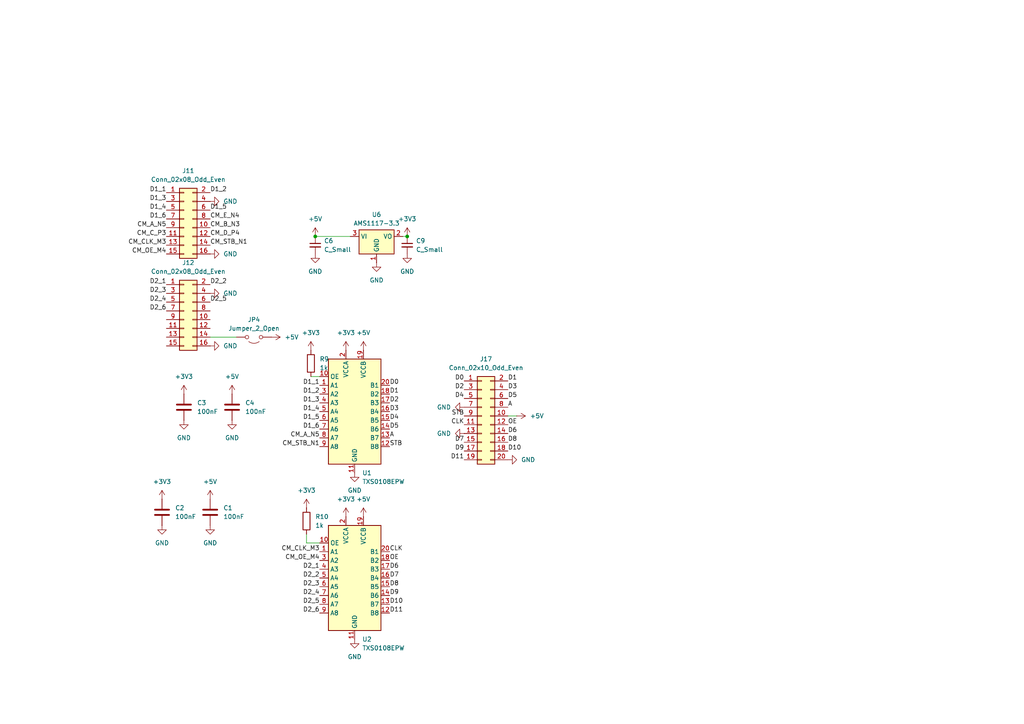
<source format=kicad_sch>
(kicad_sch (version 20231120) (generator "eeschema") (generator_version "8.0")
  (paper "A4")
  (lib_symbols
    (symbol "Connector_Generic:Conn_02x08_Odd_Even" (pin_names (offset 1.016) hide)
      (property "Reference" "J" (at 1.27 10.16 0))
      (property "Value" "Conn_02x08_Odd_Even" (at 1.27 -12.7 0))
      (symbol "Conn_02x08_Odd_Even_1_1"
        (rectangle (start -1.27 -10.033) (end 0 -10.287) (stroke (width 0.1524)))
        (rectangle (start -1.27 -7.493) (end 0 -7.747) (stroke (width 0.1524)))
        (rectangle (start -1.27 -4.953) (end 0 -5.207) (stroke (width 0.1524)))
        (rectangle (start -1.27 -2.413) (end 0 -2.667) (stroke (width 0.1524)))
        (rectangle (start -1.27 0.127) (end 0 -0.127) (stroke (width 0.1524)))
        (rectangle (start -1.27 2.667) (end 0 2.413) (stroke (width 0.1524)))
        (rectangle (start -1.27 5.207) (end 0 4.953) (stroke (width 0.1524)))
        (rectangle (start -1.27 7.747) (end 0 7.493) (stroke (width 0.1524)))
        (rectangle (start -1.27 8.89) (end 3.81 -11.43) (stroke (width 0.254)) (fill (type background)))
        (rectangle (start 3.81 -10.033) (end 2.54 -10.287) (stroke (width 0.1524)))
        (rectangle (start 3.81 -7.493) (end 2.54 -7.747) (stroke (width 0.1524)))
        (rectangle (start 3.81 -4.953) (end 2.54 -5.207) (stroke (width 0.1524)))
        (rectangle (start 3.81 -2.413) (end 2.54 -2.667) (stroke (width 0.1524)))
        (rectangle (start 3.81 0.127) (end 2.54 -0.127) (stroke (width 0.1524)))
        (rectangle (start 3.81 2.667) (end 2.54 2.413) (stroke (width 0.1524)))
        (rectangle (start 3.81 5.207) (end 2.54 4.953) (stroke (width 0.1524)))
        (rectangle (start 3.81 7.747) (end 2.54 7.493) (stroke (width 0.1524)))
        (pin passive line (at -5.08 7.62 0) (length 3.81) (name "Pin_1") (number "1"))
        (pin passive line (at 7.62 -2.54 180) (length 3.81) (name "Pin_10") (number "10"))
        (pin passive line (at -5.08 -5.08 0) (length 3.81) (name "Pin_11") (number "11"))
        (pin passive line (at 7.62 -5.08 180) (length 3.81) (name "Pin_12") (number "12"))
        (pin passive line (at -5.08 -7.62 0) (length 3.81) (name "Pin_13") (number "13"))
        (pin passive line (at 7.62 -7.62 180) (length 3.81) (name "Pin_14") (number "14"))
        (pin passive line (at -5.08 -10.16 0) (length 3.81) (name "Pin_15") (number "15"))
        (pin passive line (at 7.62 -10.16 180) (length 3.81) (name "Pin_16") (number "16"))
        (pin passive line (at 7.62 7.62 180) (length 3.81) (name "Pin_2") (number "2"))
        (pin passive line (at -5.08 5.08 0) (length 3.81) (name "Pin_3") (number "3"))
        (pin passive line (at 7.62 5.08 180) (length 3.81) (name "Pin_4") (number "4"))
        (pin passive line (at -5.08 2.54 0) (length 3.81) (name "Pin_5") (number "5"))
        (pin passive line (at 7.62 2.54 180) (length 3.81) (name "Pin_6") (number "6"))
        (pin passive line (at -5.08 0 0) (length 3.81) (name "Pin_7") (number "7"))
        (pin passive line (at 7.62 0 180) (length 3.81) (name "Pin_8") (number "8"))
        (pin passive line (at -5.08 -2.54 0) (length 3.81) (name "Pin_9") (number "9"))
      )
    )
    (symbol "Connector_Generic:Conn_02x10_Odd_Even" (pin_names (offset 1.016) hide)
      (property "Reference" "J" (at 1.27 12.7 0))
      (property "Value" "Conn_02x10_Odd_Even" (at 1.27 -15.24 0))
      (symbol "Conn_02x10_Odd_Even_1_1"
        (rectangle (start -1.27 -12.573) (end 0 -12.827) (stroke (width 0.1524)))
        (rectangle (start -1.27 -10.033) (end 0 -10.287) (stroke (width 0.1524)))
        (rectangle (start -1.27 -7.493) (end 0 -7.747) (stroke (width 0.1524)))
        (rectangle (start -1.27 -4.953) (end 0 -5.207) (stroke (width 0.1524)))
        (rectangle (start -1.27 -2.413) (end 0 -2.667) (stroke (width 0.1524)))
        (rectangle (start -1.27 0.127) (end 0 -0.127) (stroke (width 0.1524)))
        (rectangle (start -1.27 2.667) (end 0 2.413) (stroke (width 0.1524)))
        (rectangle (start -1.27 5.207) (end 0 4.953) (stroke (width 0.1524)))
        (rectangle (start -1.27 7.747) (end 0 7.493) (stroke (width 0.1524)))
        (rectangle (start -1.27 10.287) (end 0 10.033) (stroke (width 0.1524)))
        (rectangle (start -1.27 11.43) (end 3.81 -13.97) (stroke (width 0.254)) (fill (type background)))
        (rectangle (start 3.81 -12.573) (end 2.54 -12.827) (stroke (width 0.1524)))
        (rectangle (start 3.81 -10.033) (end 2.54 -10.287) (stroke (width 0.1524)))
        (rectangle (start 3.81 -7.493) (end 2.54 -7.747) (stroke (width 0.1524)))
        (rectangle (start 3.81 -4.953) (end 2.54 -5.207) (stroke (width 0.1524)))
        (rectangle (start 3.81 -2.413) (end 2.54 -2.667) (stroke (width 0.1524)))
        (rectangle (start 3.81 0.127) (end 2.54 -0.127) (stroke (width 0.1524)))
        (rectangle (start 3.81 2.667) (end 2.54 2.413) (stroke (width 0.1524)))
        (rectangle (start 3.81 5.207) (end 2.54 4.953) (stroke (width 0.1524)))
        (rectangle (start 3.81 7.747) (end 2.54 7.493) (stroke (width 0.1524)))
        (rectangle (start 3.81 10.287) (end 2.54 10.033) (stroke (width 0.1524)))
        (pin passive line (at -5.08 10.16 0) (length 3.81) (name "Pin_1") (number "1"))
        (pin passive line (at 7.62 0 180) (length 3.81) (name "Pin_10") (number "10"))
        (pin passive line (at -5.08 -2.54 0) (length 3.81) (name "Pin_11") (number "11"))
        (pin passive line (at 7.62 -2.54 180) (length 3.81) (name "Pin_12") (number "12"))
        (pin passive line (at -5.08 -5.08 0) (length 3.81) (name "Pin_13") (number "13"))
        (pin passive line (at 7.62 -5.08 180) (length 3.81) (name "Pin_14") (number "14"))
        (pin passive line (at -5.08 -7.62 0) (length 3.81) (name "Pin_15") (number "15"))
        (pin passive line (at 7.62 -7.62 180) (length 3.81) (name "Pin_16") (number "16"))
        (pin passive line (at -5.08 -10.16 0) (length 3.81) (name "Pin_17") (number "17"))
        (pin passive line (at 7.62 -10.16 180) (length 3.81) (name "Pin_18") (number "18"))
        (pin passive line (at -5.08 -12.7 0) (length 3.81) (name "Pin_19") (number "19"))
        (pin passive line (at 7.62 10.16 180) (length 3.81) (name "Pin_2") (number "2"))
        (pin passive line (at 7.62 -12.7 180) (length 3.81) (name "Pin_20") (number "20"))
        (pin passive line (at -5.08 7.62 0) (length 3.81) (name "Pin_3") (number "3"))
        (pin passive line (at 7.62 7.62 180) (length 3.81) (name "Pin_4") (number "4"))
        (pin passive line (at -5.08 5.08 0) (length 3.81) (name "Pin_5") (number "5"))
        (pin passive line (at 7.62 5.08 180) (length 3.81) (name "Pin_6") (number "6"))
        (pin passive line (at -5.08 2.54 0) (length 3.81) (name "Pin_7") (number "7"))
        (pin passive line (at 7.62 2.54 180) (length 3.81) (name "Pin_8") (number "8"))
        (pin passive line (at -5.08 0 0) (length 3.81) (name "Pin_9") (number "9"))
      )
    )
    (symbol "Device:C" (pin_numbers hide) (pin_names (offset 0.254))
      (property "Reference" "C" (at 0.635 2.54 0))
      (property "Value" "C" (at 0.635 -2.54 0))
      (symbol "C_0_1"
        (polyline (pts (xy -2.032 -0.762) (xy 2.032 -0.762)) (stroke (width 0.508)))
        (polyline (pts (xy -2.032 0.762) (xy 2.032 0.762)) (stroke (width 0.508)))
      )
      (symbol "C_1_1"
        (pin passive line (at 0 3.81 270) (length 2.794) (name "~") (number "1"))
        (pin passive line (at 0 -3.81 90) (length 2.794) (name "~") (number "2"))
      )
    )
    (symbol "Device:C_Small" (pin_numbers hide) (pin_names (offset 0.254) hide)
      (property "Reference" "C" (at 0.254 1.778 0))
      (property "Value" "C_Small" (at 0.254 -2.032 0))
      (symbol "C_Small_0_1"
        (polyline (pts (xy -1.524 -0.508) (xy 1.524 -0.508)) (stroke (width 0.3302)))
        (polyline (pts (xy -1.524 0.508) (xy 1.524 0.508)) (stroke (width 0.3048)))
      )
      (symbol "C_Small_1_1"
        (pin passive line (at 0 2.54 270) (length 2.032) (name "~") (number "1"))
        (pin passive line (at 0 -2.54 90) (length 2.032) (name "~") (number "2"))
      )
    )
    (symbol "Device:R" (pin_numbers hide) (pin_names (offset 0))
      (property "Reference" "R" (at 2.032 0 90))
      (property "Value" "R" (at 0 0 90))
      (symbol "R_0_1"
        (rectangle (start -1.016 -2.54) (end 1.016 2.54) (stroke (width 0.254)))
      )
      (symbol "R_1_1"
        (pin passive line (at 0 3.81 270) (length 1.27) (name "~") (number "1"))
        (pin passive line (at 0 -3.81 90) (length 1.27) (name "~") (number "2"))
      )
    )
    (symbol "Jumper:Jumper_2_Open" (pin_numbers hide) (pin_names (offset 0) hide) (exclude_from_sim yes)
      (property "Reference" "JP" (at 0 2.794 0))
      (property "Value" "Jumper_2_Open" (at 0 -2.286 0))
      (symbol "Jumper_2_Open_0_0"
        (circle (center -2.032 0) (radius 0.508))
        (circle (center 2.032 0) (radius 0.508))
      )
      (symbol "Jumper_2_Open_0_1"
        (arc (start 1.524 1.27) (mid 0 1.778) (end -1.524 1.27))
      )
      (symbol "Jumper_2_Open_1_1"
        (pin passive line (at -5.08 0 0) (length 2.54) (name "A") (number "1"))
        (pin passive line (at 5.08 0 180) (length 2.54) (name "B") (number "2"))
      )
    )
    (symbol "Logic_LevelTranslator:TXS0108EPW"
      (property "Reference" "U" (at -6.35 16.51 0))
      (property "Value" "TXS0108EPW" (at 3.81 16.51 0))
      (symbol "TXS0108EPW_0_1"
        (rectangle (start -7.62 15.24) (end 7.62 -15.24) (stroke (width 0.254)) (fill (type background)))
      )
      (symbol "TXS0108EPW_1_1"
        (pin bidirectional line (at -10.16 7.62 0) (length 2.54) (name "A1") (number "1"))
        (pin input line (at -10.16 10.16 0) (length 2.54) (name "OE") (number "10"))
        (pin power_in line (at 0 -17.78 90) (length 2.54) (name "GND") (number "11"))
        (pin bidirectional line (at 10.16 -10.16 180) (length 2.54) (name "B8") (number "12"))
        (pin bidirectional line (at 10.16 -7.62 180) (length 2.54) (name "B7") (number "13"))
        (pin bidirectional line (at 10.16 -5.08 180) (length 2.54) (name "B6") (number "14"))
        (pin bidirectional line (at 10.16 -2.54 180) (length 2.54) (name "B5") (number "15"))
        (pin bidirectional line (at 10.16 0 180) (length 2.54) (name "B4") (number "16"))
        (pin bidirectional line (at 10.16 2.54 180) (length 2.54) (name "B3") (number "17"))
        (pin bidirectional line (at 10.16 5.08 180) (length 2.54) (name "B2") (number "18"))
        (pin power_in line (at 2.54 17.78 270) (length 2.54) (name "VCCB") (number "19"))
        (pin power_in line (at -2.54 17.78 270) (length 2.54) (name "VCCA") (number "2"))
        (pin bidirectional line (at 10.16 7.62 180) (length 2.54) (name "B1") (number "20"))
        (pin bidirectional line (at -10.16 5.08 0) (length 2.54) (name "A2") (number "3"))
        (pin bidirectional line (at -10.16 2.54 0) (length 2.54) (name "A3") (number "4"))
        (pin bidirectional line (at -10.16 0 0) (length 2.54) (name "A4") (number "5"))
        (pin bidirectional line (at -10.16 -2.54 0) (length 2.54) (name "A5") (number "6"))
        (pin bidirectional line (at -10.16 -5.08 0) (length 2.54) (name "A6") (number "7"))
        (pin bidirectional line (at -10.16 -7.62 0) (length 2.54) (name "A7") (number "8"))
        (pin bidirectional line (at -10.16 -10.16 0) (length 2.54) (name "A8") (number "9"))
      )
    )
    (symbol "Regulator_Linear:AMS1117-3.3"
      (property "Reference" "U" (at -3.81 3.175 0))
      (property "Value" "AMS1117-3.3" (at 0 3.175 0))
      (symbol "AMS1117-3.3_0_1"
        (rectangle (start -5.08 -5.08) (end 5.08 1.905) (stroke (width 0.254)) (fill (type background)))
      )
      (symbol "AMS1117-3.3_1_1"
        (pin power_in line (at 0 -7.62 90) (length 2.54) (name "GND") (number "1"))
        (pin power_out line (at 7.62 0 180) (length 2.54) (name "VO") (number "2"))
        (pin power_in line (at -7.62 0 0) (length 2.54) (name "VI") (number "3"))
      )
    )
    (symbol "power:+3V3" (power) (pin_numbers hide) (pin_names (offset 0) hide)
      (property "Value" "+3V3" (at 0 3.556 0))
      (symbol "+3V3_0_1"
        (polyline (pts (xy -0.762 1.27) (xy 0 2.54)))
        (polyline (pts (xy 0 0) (xy 0 2.54)))
        (polyline (pts (xy 0 2.54) (xy 0.762 1.27)))
      )
      (symbol "+3V3_1_1"
        (pin power_in line (at 0 0 90) (length 0) (name "~") (number "1"))
      )
    )
    (symbol "power:+5V" (power) (pin_numbers hide) (pin_names (offset 0) hide)
      (property "Value" "+5V" (at 0 3.556 0))
      (symbol "+5V_0_1"
        (polyline (pts (xy -0.762 1.27) (xy 0 2.54)))
        (polyline (pts (xy 0 0) (xy 0 2.54)))
        (polyline (pts (xy 0 2.54) (xy 0.762 1.27)))
      )
      (symbol "+5V_1_1"
        (pin power_in line (at 0 0 90) (length 0) (name "~") (number "1"))
      )
    )
    (symbol "power:GND" (power) (pin_numbers hide) (pin_names (offset 0) hide)
      (property "Value" "GND" (at 0 -3.81 0))
      (symbol "GND_0_1"
        (polyline (pts (xy 0 0) (xy 0 -1.27) (xy 1.27 -1.27) (xy 0 -2.54) (xy -1.27 -1.27) (xy 0 -1.27)))
      )
      (symbol "GND_1_1"
        (pin power_in line (at 0 0 270) (length 0) (name "~") (number "1"))
      )
    )
  )
  (junction (at 91.44 68.58))
  (junction (at 118.11 68.58))
  (wire (pts (xy 88.9 154.94) (xy 88.9 157.48)))
  (wire (pts (xy 147.32 120.65) (xy 149.86 120.65)))
  (wire (pts (xy 116.84 68.58) (xy 118.11 68.58)))
  (wire (pts (xy 90.17 109.22) (xy 92.71 109.22)))
  (wire (pts (xy 60.96 97.79) (xy 68.58 97.79)))
  (wire (pts (xy 88.9 157.48) (xy 92.71 157.48)))
  (wire (pts (xy 91.44 68.58) (xy 101.6 68.58)))
  (label "D1_2" (at 92.71 114.3 180))
  (label "D2_4" (at 48.26 87.63 180))
  (label "D11" (at 134.62 133.35 180))
  (label "D1_5" (at 60.96 60.96 0))
  (label "D2_5" (at 92.71 175.26 180))
  (label "CM_STB_N1" (at 92.71 129.54 180))
  (label "D1_6" (at 48.26 63.5 180))
  (label "D3" (at 147.32 113.03 0))
  (label "D5" (at 113.03 124.46 0))
  (label "D7" (at 113.03 167.64 0))
  (label "D5" (at 147.32 115.57 0))
  (label "D6" (at 147.32 125.73 0))
  (label "CM_C_P3" (at 48.26 68.58 180))
  (label "D1" (at 113.03 114.3 0))
  (label "STB" (at 113.03 129.54 0))
  (label "D1_5" (at 92.71 121.92 180))
  (label "CM_A_N5" (at 48.26 66.04 180))
  (label "D7" (at 134.62 128.27 180))
  (label "CM_B_N3" (at 60.96 66.04 0))
  (label "D1" (at 147.32 110.49 0))
  (label "D6" (at 113.03 165.1 0))
  (label "D1_4" (at 48.26 60.96 180))
  (label "D9" (at 113.03 172.72 0))
  (label "D9" (at 134.62 130.81 180))
  (label "CM_CLK_M3" (at 92.71 160.02 180))
  (label "D1_3" (at 92.71 116.84 180))
  (label "D2" (at 134.62 113.03 180))
  (label "OE" (at 113.03 162.56 0))
  (label "D2_2" (at 60.96 82.55 0))
  (label "CM_CLK_M3" (at 48.26 71.12 180))
  (label "D1_1" (at 92.71 111.76 180))
  (label "D1_4" (at 92.71 119.38 180))
  (label "D2_4" (at 92.71 172.72 180))
  (label "D2_6" (at 92.71 177.8 180))
  (label "D1_2" (at 60.96 55.88 0))
  (label "D2_3" (at 48.26 85.09 180))
  (label "CM_D_P4" (at 60.96 68.58 0))
  (label "D8" (at 113.03 170.18 0))
  (label "OE" (at 147.32 123.19 0))
  (label "D1_6" (at 92.71 124.46 180))
  (label "D1_1" (at 48.26 55.88 180))
  (label "D2_6" (at 48.26 90.17 180))
  (label "STB" (at 134.62 120.65 180))
  (label "CM_STB_N1" (at 60.96 71.12 0))
  (label "D2_5" (at 60.96 87.63 0))
  (label "CLK" (at 134.62 123.19 180))
  (label "D0" (at 113.03 111.76 0))
  (label "D1_3" (at 48.26 58.42 180))
  (label "D4" (at 134.62 115.57 180))
  (label "CLK" (at 113.03 160.02 0))
  (label "A" (at 147.32 118.11 0))
  (label "A" (at 113.03 127 0))
  (label "CM_OE_M4" (at 48.26 73.66 180))
  (label "CM_OE_M4" (at 92.71 162.56 180))
  (label "D8" (at 147.32 128.27 0))
  (label "D2_1" (at 92.71 165.1 180))
  (label "D0" (at 134.62 110.49 180))
  (label "D2" (at 113.03 116.84 0))
  (label "CM_A_N5" (at 92.71 127 180))
  (label "D4" (at 113.03 121.92 0))
  (label "D2_2" (at 92.71 167.64 180))
  (label "D3" (at 113.03 119.38 0))
  (label "D2_3" (at 92.71 170.18 180))
  (label "CM_E_N4" (at 60.96 63.5 0))
  (label "D2_1" (at 48.26 82.55 180))
  (label "D11" (at 113.03 177.8 0))
  (label "D10" (at 113.03 175.26 0))
  (label "D10" (at 147.32 130.81 0))
  (symbol (lib_id "power:GND") (at 102.87 137.16 0) (unit 1)
    (property "Reference" "#PWR034" (effects (hide yes)))
    (property "Value" "GND" (at 102.87 142.24 0))
    (property "Description" "Power symbol creates a global label with name \"GND\" , ground" (effects (hide yes)))
  )
  (symbol (lib_id "power:+3V3") (at 90.17 101.6 0) (unit 1)
    (property "Reference" "#PWR097" (effects (hide yes)))
    (property "Value" "+3V3" (at 90.17 96.52 0))
    (property "Description" "Power symbol creates a global label with name \"+3V3\"" (effects (hide yes)))
  )
  (symbol (lib_id "Connector_Generic:Conn_02x08_Odd_Even") (at 53.34 63.5 0) (unit 1)
    (property "Reference" "J11" (at 54.61 49.53 0))
    (property "Value" "Conn_02x08_Odd_Even" (at 54.61 52.07 0))
    (property "Footprint" "Connector_PinSocket_2.54mm:PinSocket_2x08_P2.54mm_Vertical" (effects (hide yes)))
    (property "Description" "Generic connector, double row, 02x08, odd/even pin numbering scheme (row 1 odd numbers, row 2 even numbers), script generated (kicad-library-utils/schlib/autogen/connector/)" (effects (hide yes)))
  )
  (symbol (lib_id "power:+3V3") (at 100.33 101.6 0) (unit 1)
    (property "Reference" "#PWR035" (effects (hide yes)))
    (property "Value" "+3V3" (at 100.33 96.52 0))
    (property "Description" "Power symbol creates a global label with name \"+3V3\"" (effects (hide yes)))
  )
  (symbol (lib_id "power:+3V3") (at 46.99 144.78 0) (unit 1)
    (property "Reference" "#PWR041" (effects (hide yes)))
    (property "Value" "+3V3" (at 46.99 139.7 0))
    (property "Description" "Power symbol creates a global label with name \"+3V3\"" (effects (hide yes)))
  )
  (symbol (lib_id "power:GND") (at 134.62 118.11 270) (unit 1)
    (property "Reference" "#PWR024" (effects (hide yes)))
    (property "Value" "GND" (at 130.81 118.1099 90) (effects (justify right)))
    (property "Description" "Power symbol creates a global label with name \"GND\" , ground" (effects (hide yes)))
  )
  (symbol (lib_id "power:GND") (at 147.32 133.35 90) (unit 1)
    (property "Reference" "#PWR099" (effects (hide yes)))
    (property "Value" "GND" (at 151.13 133.3499 90) (effects (justify right)))
    (property "Description" "Power symbol creates a global label with name \"GND\" , ground" (effects (hide yes)))
  )
  (symbol (lib_id "Connector_Generic:Conn_02x08_Odd_Even") (at 53.34 90.17 0) (unit 1)
    (property "Reference" "J12" (at 54.61 76.2 0))
    (property "Value" "Conn_02x08_Odd_Even" (at 54.61 78.74 0))
    (property "Footprint" "Connector_PinSocket_2.54mm:PinSocket_2x08_P2.54mm_Vertical" (effects (hide yes)))
    (property "Description" "Generic connector, double row, 02x08, odd/even pin numbering scheme (row 1 odd numbers, row 2 even numbers), script generated (kicad-library-utils/schlib/autogen/connector/)" (effects (hide yes)))
  )
  (symbol (lib_id "Device:C") (at 46.99 148.59 0) (unit 1)
    (property "Reference" "C2" (at 50.8 147.3199 0) (effects (justify left)))
    (property "Value" "100nF" (at 50.8 149.8599 0) (effects (justify left)))
    (property "Footprint" "Capacitor_SMD:C_0805_2012Metric" (effects (hide yes)))
    (property "Description" "Unpolarized capacitor" (effects (hide yes)))
  )
  (symbol (lib_id "power:+5V") (at 149.86 120.65 270) (unit 1)
    (property "Reference" "#PWR040" (effects (hide yes)))
    (property "Value" "+5V" (at 153.67 120.6499 90) (effects (justify left)))
    (property "Description" "Power symbol creates a global label with name \"+5V\"" (effects (hide yes)))
  )
  (symbol (lib_id "power:+5V") (at 78.74 97.79 270) (unit 1)
    (property "Reference" "#PWR096" (effects (hide yes)))
    (property "Value" "+5V" (at 82.55 97.7899 90) (effects (justify left)))
    (property "Description" "Power symbol creates a global label with name \"+5V\"" (effects (hide yes)))
  )
  (symbol (lib_id "power:GND") (at 46.99 152.4 0) (unit 1)
    (property "Reference" "#PWR043" (effects (hide yes)))
    (property "Value" "GND" (at 46.99 157.48 0))
    (property "Description" "Power symbol creates a global label with name \"GND\" , ground" (effects (hide yes)))
  )
  (symbol (lib_id "Device:R") (at 90.17 105.41 180) (unit 1)
    (property "Reference" "R9" (at 92.71 104.1399 0) (effects (justify right)))
    (property "Value" "1k" (at 92.71 106.6799 0) (effects (justify right)))
    (property "Footprint" "Resistor_SMD:R_0805_2012Metric" (effects (hide yes)))
    (property "Description" "Resistor" (effects (hide yes)))
  )
  (symbol (lib_id "power:GND") (at 60.96 100.33 90) (unit 1)
    (property "Reference" "#PWR012" (effects (hide yes)))
    (property "Value" "GND" (at 64.77 100.3299 90) (effects (justify right)))
    (property "Description" "Power symbol creates a global label with name \"GND\" , ground" (effects (hide yes)))
  )
  (symbol (lib_id "Logic_LevelTranslator:TXS0108EPW") (at 102.87 167.64 0) (unit 1)
    (property "Reference" "U2" (at 105.0641 185.42 0) (effects (justify left)))
    (property "Value" "TXS0108EPW" (at 105.0641 187.96 0) (effects (justify left)))
    (property "Footprint" "Package_SO:TSSOP-20_4.4x6.5mm_P0.65mm" (effects (hide yes)))
    (property "Datasheet" "www.ti.com/lit/ds/symlink/txs0108e.pdf" (effects (hide yes)))
    (property "Description" "Bidirectional  level-shifting voltage translator, TSSOP-20" (effects (hide yes)))
  )
  (symbol (lib_id "Logic_LevelTranslator:TXS0108EPW") (at 102.87 119.38 0) (unit 1)
    (property "Reference" "U1" (at 105.0641 137.16 0) (effects (justify left)))
    (property "Value" "TXS0108EPW" (at 105.0641 139.7 0) (effects (justify left)))
    (property "Footprint" "Package_SO:TSSOP-20_4.4x6.5mm_P0.65mm" (effects (hide yes)))
    (property "Datasheet" "www.ti.com/lit/ds/symlink/txs0108e.pdf" (effects (hide yes)))
    (property "Description" "Bidirectional  level-shifting voltage translator, TSSOP-20" (effects (hide yes)))
  )
  (symbol (lib_id "Device:C") (at 67.31 118.11 0) (unit 1)
    (property "Reference" "C4" (at 71.12 116.8399 0) (effects (justify left)))
    (property "Value" "100nF" (at 71.12 119.3799 0) (effects (justify left)))
    (property "Footprint" "Capacitor_SMD:C_0805_2012Metric" (effects (hide yes)))
    (property "Description" "Unpolarized capacitor" (effects (hide yes)))
  )
  (symbol (lib_id "power:GND") (at 134.62 125.73 270) (unit 1)
    (property "Reference" "#PWR039" (effects (hide yes)))
    (property "Value" "GND" (at 130.81 125.7299 90) (effects (justify right)))
    (property "Description" "Power symbol creates a global label with name \"GND\" , ground" (effects (hide yes)))
  )
  (symbol (lib_id "power:GND") (at 67.31 121.92 0) (unit 1)
    (property "Reference" "#PWR090" (effects (hide yes)))
    (property "Value" "GND" (at 67.31 127 0))
    (property "Description" "Power symbol creates a global label with name \"GND\" , ground" (effects (hide yes)))
  )
  (symbol (lib_id "power:+3V3") (at 88.9 147.32 0) (unit 1)
    (property "Reference" "#PWR098" (effects (hide yes)))
    (property "Value" "+3V3" (at 88.9 142.24 0))
    (property "Description" "Power symbol creates a global label with name \"+3V3\"" (effects (hide yes)))
  )
  (symbol (lib_id "Device:C") (at 60.96 148.59 0) (unit 1)
    (property "Reference" "C1" (at 64.77 147.3199 0) (effects (justify left)))
    (property "Value" "100nF" (at 64.77 149.8599 0) (effects (justify left)))
    (property "Footprint" "Capacitor_SMD:C_0805_2012Metric" (effects (hide yes)))
    (property "Description" "Unpolarized capacitor" (effects (hide yes)))
  )
  (symbol (lib_id "Device:R") (at 88.9 151.13 180) (unit 1)
    (property "Reference" "R10" (at 91.44 149.8599 0) (effects (justify right)))
    (property "Value" "1k" (at 91.44 152.3999 0) (effects (justify right)))
    (property "Footprint" "Resistor_SMD:R_0805_2012Metric" (effects (hide yes)))
    (property "Description" "Resistor" (effects (hide yes)))
  )
  (symbol (lib_id "Regulator_Linear:AMS1117-3.3") (at 109.22 68.58 0) (unit 1)
    (property "Reference" "U6" (at 109.22 62.23 0))
    (property "Value" "AMS1117-3.3" (at 109.22 64.77 0))
    (property "Footprint" "Package_TO_SOT_SMD:SOT-223-3_TabPin2" (effects (hide yes)))
    (property "Datasheet" "http://www.advanced-monolithic.com/pdf/ds1117.pdf" (effects (hide yes)))
    (property "Description" "1A Low Dropout regulator, positive, 3.3V fixed output, SOT-223" (effects (hide yes)))
  )
  (symbol (lib_id "power:GND") (at 53.34 121.92 0) (unit 1)
    (property "Reference" "#PWR088" (effects (hide yes)))
    (property "Value" "GND" (at 53.34 127 0))
    (property "Description" "Power symbol creates a global label with name \"GND\" , ground" (effects (hide yes)))
  )
  (symbol (lib_id "power:GND") (at 109.22 76.2 0) (unit 1)
    (property "Reference" "#PWR092" (effects (hide yes)))
    (property "Value" "GND" (at 109.22 81.28 0))
    (property "Description" "Power symbol creates a global label with name \"GND\" , ground" (effects (hide yes)))
  )
  (symbol (lib_id "power:+3V3") (at 53.34 114.3 0) (unit 1)
    (property "Reference" "#PWR087" (effects (hide yes)))
    (property "Value" "+3V3" (at 53.34 109.22 0))
    (property "Description" "Power symbol creates a global label with name \"+3V3\"" (effects (hide yes)))
  )
  (symbol (lib_id "power:+5V") (at 67.31 114.3 0) (unit 1)
    (property "Reference" "#PWR089" (effects (hide yes)))
    (property "Value" "+5V" (at 67.31 109.22 0))
    (property "Description" "Power symbol creates a global label with name \"+5V\"" (effects (hide yes)))
  )
  (symbol (lib_id "power:GND") (at 60.96 73.66 90) (unit 1)
    (property "Reference" "#PWR010" (effects (hide yes)))
    (property "Value" "GND" (at 64.77 73.6599 90) (effects (justify right)))
    (property "Description" "Power symbol creates a global label with name \"GND\" , ground" (effects (hide yes)))
  )
  (symbol (lib_id "power:GND") (at 60.96 85.09 90) (unit 1)
    (property "Reference" "#PWR011" (effects (hide yes)))
    (property "Value" "GND" (at 64.77 85.0899 90) (effects (justify right)))
    (property "Description" "Power symbol creates a global label with name \"GND\" , ground" (effects (hide yes)))
  )
  (symbol (lib_id "power:+5V") (at 105.41 149.86 0) (unit 1)
    (property "Reference" "#PWR038" (effects (hide yes)))
    (property "Value" "+5V" (at 105.41 144.78 0))
    (property "Description" "Power symbol creates a global label with name \"+5V\"" (effects (hide yes)))
  )
  (symbol (lib_id "Device:C_Small") (at 118.11 71.12 0) (unit 1)
    (property "Reference" "C9" (at 120.65 69.8562 0) (effects (justify left)))
    (property "Value" "C_Small" (at 120.65 72.3962 0) (effects (justify left)))
    (property "Footprint" "Capacitor_SMD:C_0805_2012Metric" (effects (hide yes)))
    (property "Description" "Unpolarized capacitor, small symbol" (effects (hide yes)))
  )
  (symbol (lib_id "Device:C_Small") (at 91.44 71.12 0) (unit 1)
    (property "Reference" "C6" (at 93.98 69.8562 0) (effects (justify left)))
    (property "Value" "C_Small" (at 93.98 72.3962 0) (effects (justify left)))
    (property "Footprint" "Capacitor_SMD:C_0805_2012Metric" (effects (hide yes)))
    (property "Description" "Unpolarized capacitor, small symbol" (effects (hide yes)))
  )
  (symbol (lib_id "power:+5V") (at 91.44 68.58 0) (unit 1)
    (property "Reference" "#PWR095" (effects (hide yes)))
    (property "Value" "+5V" (at 91.44 63.5 0))
    (property "Description" "Power symbol creates a global label with name \"+5V\"" (effects (hide yes)))
  )
  (symbol (lib_id "power:GND") (at 60.96 58.42 90) (unit 1)
    (property "Reference" "#PWR09" (effects (hide yes)))
    (property "Value" "GND" (at 64.77 58.4199 90) (effects (justify right)))
    (property "Description" "Power symbol creates a global label with name \"GND\" , ground" (effects (hide yes)))
  )
  (symbol (lib_id "power:GND") (at 60.96 152.4 0) (unit 1)
    (property "Reference" "#PWR044" (effects (hide yes)))
    (property "Value" "GND" (at 60.96 157.48 0))
    (property "Description" "Power symbol creates a global label with name \"GND\" , ground" (effects (hide yes)))
  )
  (symbol (lib_id "Connector_Generic:Conn_02x10_Odd_Even") (at 139.7 120.65 0) (unit 1)
    (property "Reference" "J17" (at 140.97 104.14 0))
    (property "Value" "Conn_02x10_Odd_Even" (at 140.97 106.68 0))
    (property "Footprint" "Connector_PinHeader_2.54mm:PinHeader_2x10_P2.54mm_Vertical" (effects (hide yes)))
    (property "Description" "Generic connector, double row, 02x10, odd/even pin numbering scheme (row 1 odd numbers, row 2 even numbers), script generated (kicad-library-utils/schlib/autogen/connector/)" (effects (hide yes)))
  )
  (symbol (lib_id "power:GND") (at 118.11 73.66 0) (unit 1)
    (property "Reference" "#PWR093" (effects (hide yes)))
    (property "Value" "GND" (at 118.11 78.74 0))
    (property "Description" "Power symbol creates a global label with name \"GND\" , ground" (effects (hide yes)))
  )
  (symbol (lib_id "Jumper:Jumper_2_Open") (at 73.66 97.79 180) (unit 1) (exclude_from_sim yes)
    (property "Reference" "JP4" (at 73.66 92.71 0))
    (property "Value" "Jumper_2_Open" (at 73.66 95.25 0))
    (property "Footprint" "Jumper:SolderJumper-3_P1.3mm_Open_Pad1.0x1.5mm" (effects (hide yes)))
    (property "Description" "Jumper, 2-pole, open" (effects (hide yes)))
  )
  (symbol (lib_id "power:GND") (at 102.87 185.42 0) (unit 1)
    (property "Reference" "#PWR037" (effects (hide yes)))
    (property "Value" "GND" (at 102.87 190.5 0))
    (property "Description" "Power symbol creates a global label with name \"GND\" , ground" (effects (hide yes)))
  )
  (symbol (lib_id "power:+3V3") (at 118.11 68.58 0) (unit 1)
    (property "Reference" "#PWR094" (effects (hide yes)))
    (property "Value" "+3V3" (at 118.11 63.5 0))
    (property "Description" "Power symbol creates a global label with name \"+3V3\"" (effects (hide yes)))
  )
  (symbol (lib_id "Device:C") (at 53.34 118.11 0) (unit 1)
    (property "Reference" "C3" (at 57.15 116.8399 0) (effects (justify left)))
    (property "Value" "100nF" (at 57.15 119.3799 0) (effects (justify left)))
    (property "Footprint" "Capacitor_SMD:C_0805_2012Metric" (effects (hide yes)))
    (property "Description" "Unpolarized capacitor" (effects (hide yes)))
  )
  (symbol (lib_id "power:GND") (at 91.44 73.66 0) (unit 1)
    (property "Reference" "#PWR091" (effects (hide yes)))
    (property "Value" "GND" (at 91.44 78.74 0))
    (property "Description" "Power symbol creates a global label with name \"GND\" , ground" (effects (hide yes)))
  )
  (symbol (lib_id "power:+5V") (at 105.41 101.6 0) (unit 1)
    (property "Reference" "#PWR036" (effects (hide yes)))
    (property "Value" "+5V" (at 105.41 96.52 0))
    (property "Description" "Power symbol creates a global label with name \"+5V\"" (effects (hide yes)))
  )
  (symbol (lib_id "power:+5V") (at 60.96 144.78 0) (unit 1)
    (property "Reference" "#PWR042" (effects (hide yes)))
    (property "Value" "+5V" (at 60.96 139.7 0))
    (property "Description" "Power symbol creates a global label with name \"+5V\"" (effects (hide yes)))
  )
  (symbol (lib_id "power:+3V3") (at 100.33 149.86 0) (unit 1)
    (property "Reference" "#PWR023" (effects (hide yes)))
    (property "Value" "+3V3" (at 100.33 144.78 0))
    (property "Description" "Power symbol creates a global label with name \"+3V3\"" (effects (hide yes)))
  )
)
</source>
